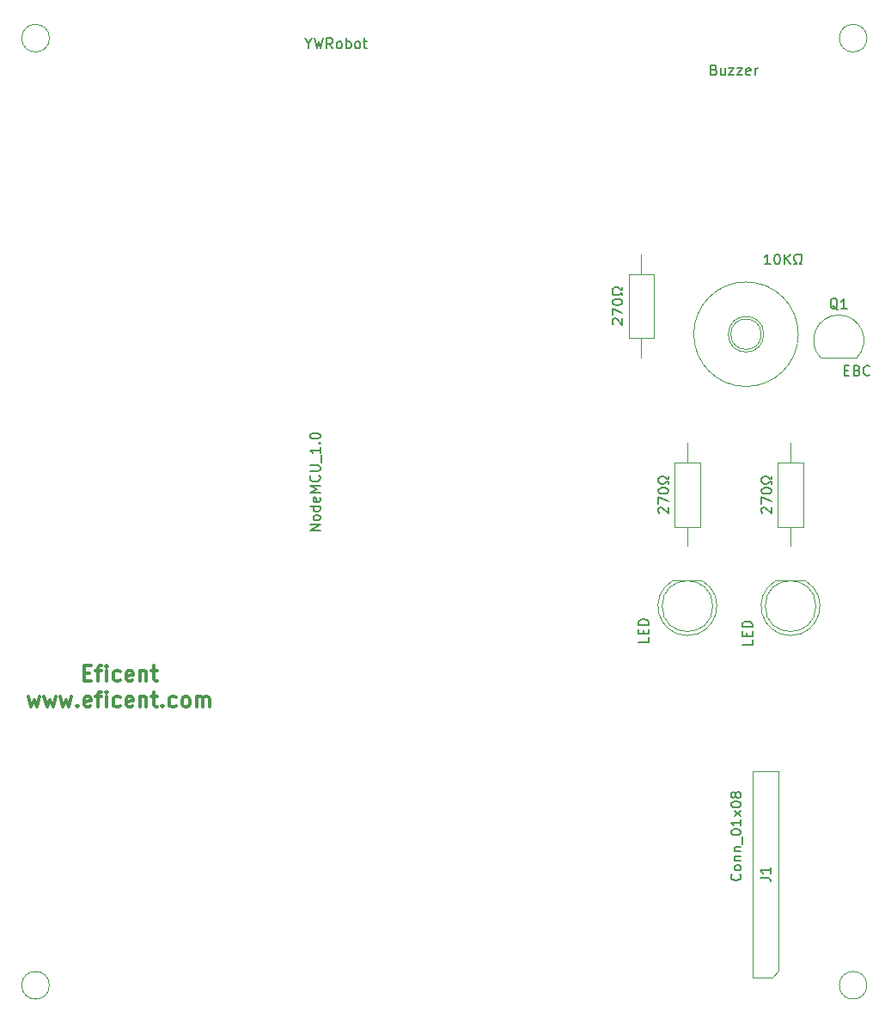
<source format=gbr>
G04 #@! TF.FileFunction,Other,Fab,Top*
%FSLAX46Y46*%
G04 Gerber Fmt 4.6, Leading zero omitted, Abs format (unit mm)*
G04 Created by KiCad (PCBNEW 4.0.7-e2-6376~58~ubuntu16.04.1) date Thu May 17 09:56:29 2018*
%MOMM*%
%LPD*%
G01*
G04 APERTURE LIST*
%ADD10C,0.100000*%
%ADD11C,0.300000*%
%ADD12C,0.150000*%
G04 APERTURE END LIST*
D10*
D11*
X119436000Y-123839857D02*
X119936000Y-123839857D01*
X120150286Y-124625571D02*
X119436000Y-124625571D01*
X119436000Y-123125571D01*
X120150286Y-123125571D01*
X120578857Y-123625571D02*
X121150286Y-123625571D01*
X120793143Y-124625571D02*
X120793143Y-123339857D01*
X120864571Y-123197000D01*
X121007429Y-123125571D01*
X121150286Y-123125571D01*
X121650286Y-124625571D02*
X121650286Y-123625571D01*
X121650286Y-123125571D02*
X121578857Y-123197000D01*
X121650286Y-123268429D01*
X121721714Y-123197000D01*
X121650286Y-123125571D01*
X121650286Y-123268429D01*
X123007429Y-124554143D02*
X122864572Y-124625571D01*
X122578858Y-124625571D01*
X122436000Y-124554143D01*
X122364572Y-124482714D01*
X122293143Y-124339857D01*
X122293143Y-123911286D01*
X122364572Y-123768429D01*
X122436000Y-123697000D01*
X122578858Y-123625571D01*
X122864572Y-123625571D01*
X123007429Y-123697000D01*
X124221714Y-124554143D02*
X124078857Y-124625571D01*
X123793143Y-124625571D01*
X123650286Y-124554143D01*
X123578857Y-124411286D01*
X123578857Y-123839857D01*
X123650286Y-123697000D01*
X123793143Y-123625571D01*
X124078857Y-123625571D01*
X124221714Y-123697000D01*
X124293143Y-123839857D01*
X124293143Y-123982714D01*
X123578857Y-124125571D01*
X124936000Y-123625571D02*
X124936000Y-124625571D01*
X124936000Y-123768429D02*
X125007428Y-123697000D01*
X125150286Y-123625571D01*
X125364571Y-123625571D01*
X125507428Y-123697000D01*
X125578857Y-123839857D01*
X125578857Y-124625571D01*
X126078857Y-123625571D02*
X126650286Y-123625571D01*
X126293143Y-123125571D02*
X126293143Y-124411286D01*
X126364571Y-124554143D01*
X126507429Y-124625571D01*
X126650286Y-124625571D01*
X113936000Y-126175571D02*
X114221714Y-127175571D01*
X114507428Y-126461286D01*
X114793143Y-127175571D01*
X115078857Y-126175571D01*
X115507429Y-126175571D02*
X115793143Y-127175571D01*
X116078857Y-126461286D01*
X116364572Y-127175571D01*
X116650286Y-126175571D01*
X117078858Y-126175571D02*
X117364572Y-127175571D01*
X117650286Y-126461286D01*
X117936001Y-127175571D01*
X118221715Y-126175571D01*
X118793144Y-127032714D02*
X118864572Y-127104143D01*
X118793144Y-127175571D01*
X118721715Y-127104143D01*
X118793144Y-127032714D01*
X118793144Y-127175571D01*
X120078858Y-127104143D02*
X119936001Y-127175571D01*
X119650287Y-127175571D01*
X119507430Y-127104143D01*
X119436001Y-126961286D01*
X119436001Y-126389857D01*
X119507430Y-126247000D01*
X119650287Y-126175571D01*
X119936001Y-126175571D01*
X120078858Y-126247000D01*
X120150287Y-126389857D01*
X120150287Y-126532714D01*
X119436001Y-126675571D01*
X120578858Y-126175571D02*
X121150287Y-126175571D01*
X120793144Y-127175571D02*
X120793144Y-125889857D01*
X120864572Y-125747000D01*
X121007430Y-125675571D01*
X121150287Y-125675571D01*
X121650287Y-127175571D02*
X121650287Y-126175571D01*
X121650287Y-125675571D02*
X121578858Y-125747000D01*
X121650287Y-125818429D01*
X121721715Y-125747000D01*
X121650287Y-125675571D01*
X121650287Y-125818429D01*
X123007430Y-127104143D02*
X122864573Y-127175571D01*
X122578859Y-127175571D01*
X122436001Y-127104143D01*
X122364573Y-127032714D01*
X122293144Y-126889857D01*
X122293144Y-126461286D01*
X122364573Y-126318429D01*
X122436001Y-126247000D01*
X122578859Y-126175571D01*
X122864573Y-126175571D01*
X123007430Y-126247000D01*
X124221715Y-127104143D02*
X124078858Y-127175571D01*
X123793144Y-127175571D01*
X123650287Y-127104143D01*
X123578858Y-126961286D01*
X123578858Y-126389857D01*
X123650287Y-126247000D01*
X123793144Y-126175571D01*
X124078858Y-126175571D01*
X124221715Y-126247000D01*
X124293144Y-126389857D01*
X124293144Y-126532714D01*
X123578858Y-126675571D01*
X124936001Y-126175571D02*
X124936001Y-127175571D01*
X124936001Y-126318429D02*
X125007429Y-126247000D01*
X125150287Y-126175571D01*
X125364572Y-126175571D01*
X125507429Y-126247000D01*
X125578858Y-126389857D01*
X125578858Y-127175571D01*
X126078858Y-126175571D02*
X126650287Y-126175571D01*
X126293144Y-125675571D02*
X126293144Y-126961286D01*
X126364572Y-127104143D01*
X126507430Y-127175571D01*
X126650287Y-127175571D01*
X127150287Y-127032714D02*
X127221715Y-127104143D01*
X127150287Y-127175571D01*
X127078858Y-127104143D01*
X127150287Y-127032714D01*
X127150287Y-127175571D01*
X128507430Y-127104143D02*
X128364573Y-127175571D01*
X128078859Y-127175571D01*
X127936001Y-127104143D01*
X127864573Y-127032714D01*
X127793144Y-126889857D01*
X127793144Y-126461286D01*
X127864573Y-126318429D01*
X127936001Y-126247000D01*
X128078859Y-126175571D01*
X128364573Y-126175571D01*
X128507430Y-126247000D01*
X129364573Y-127175571D02*
X129221715Y-127104143D01*
X129150287Y-127032714D01*
X129078858Y-126889857D01*
X129078858Y-126461286D01*
X129150287Y-126318429D01*
X129221715Y-126247000D01*
X129364573Y-126175571D01*
X129578858Y-126175571D01*
X129721715Y-126247000D01*
X129793144Y-126318429D01*
X129864573Y-126461286D01*
X129864573Y-126889857D01*
X129793144Y-127032714D01*
X129721715Y-127104143D01*
X129578858Y-127175571D01*
X129364573Y-127175571D01*
X130507430Y-127175571D02*
X130507430Y-126175571D01*
X130507430Y-126318429D02*
X130578858Y-126247000D01*
X130721716Y-126175571D01*
X130936001Y-126175571D01*
X131078858Y-126247000D01*
X131150287Y-126389857D01*
X131150287Y-127175571D01*
X131150287Y-126389857D02*
X131221716Y-126247000D01*
X131364573Y-126175571D01*
X131578858Y-126175571D01*
X131721716Y-126247000D01*
X131793144Y-126389857D01*
X131793144Y-127175571D01*
D10*
X177422534Y-114746384D02*
G75*
G03X180361894Y-114746400I1469666J-2500016D01*
G01*
X181392200Y-117246400D02*
G75*
G03X181392200Y-117246400I-2500000J0D01*
G01*
X180361894Y-114746400D02*
X177422506Y-114746400D01*
X187582534Y-114746384D02*
G75*
G03X190521894Y-114746400I1469666J-2500016D01*
G01*
X191552200Y-117246400D02*
G75*
G03X191552200Y-117246400I-2500000J0D01*
G01*
X190521894Y-114746400D02*
X187582506Y-114746400D01*
X180116800Y-103123600D02*
X177616800Y-103123600D01*
X177616800Y-103123600D02*
X177616800Y-109423600D01*
X177616800Y-109423600D02*
X180116800Y-109423600D01*
X180116800Y-109423600D02*
X180116800Y-103123600D01*
X178866800Y-101193600D02*
X178866800Y-103123600D01*
X178866800Y-111353600D02*
X178866800Y-109423600D01*
X190276800Y-103123600D02*
X187776800Y-103123600D01*
X187776800Y-103123600D02*
X187776800Y-109423600D01*
X187776800Y-109423600D02*
X190276800Y-109423600D01*
X190276800Y-109423600D02*
X190276800Y-103123600D01*
X189026800Y-101193600D02*
X189026800Y-103123600D01*
X189026800Y-111353600D02*
X189026800Y-109423600D01*
X189816400Y-90471000D02*
G75*
G03X189816400Y-90471000I-5150000J0D01*
G01*
X186416400Y-90471000D02*
G75*
G03X186416400Y-90471000I-1750000J0D01*
G01*
X186166400Y-90471000D02*
G75*
G03X186166400Y-90471000I-1500000J0D01*
G01*
X116015747Y-61315600D02*
G75*
G03X116015747Y-61315600I-1360147J0D01*
G01*
X116015747Y-154584400D02*
G75*
G03X116015747Y-154584400I-1360147J0D01*
G01*
X196584547Y-154584400D02*
G75*
G03X196584547Y-154584400I-1360147J0D01*
G01*
X196584547Y-61315600D02*
G75*
G03X196584547Y-61315600I-1360147J0D01*
G01*
X175595600Y-84530800D02*
X173095600Y-84530800D01*
X173095600Y-84530800D02*
X173095600Y-90830800D01*
X173095600Y-90830800D02*
X175595600Y-90830800D01*
X175595600Y-90830800D02*
X175595600Y-84530800D01*
X174345600Y-82600800D02*
X174345600Y-84530800D01*
X174345600Y-92760800D02*
X174345600Y-90830800D01*
X192032000Y-92809000D02*
X195532000Y-92809000D01*
X195555625Y-92812625D02*
G75*
G03X193802000Y-88579000I-1753625J1753625D01*
G01*
X192048375Y-92812625D02*
G75*
G02X193802000Y-88579000I1753625J1753625D01*
G01*
X187248800Y-153822400D02*
X185343800Y-153822400D01*
X185343800Y-153822400D02*
X185343800Y-133502400D01*
X185343800Y-133502400D02*
X187883800Y-133502400D01*
X187883800Y-133502400D02*
X187883800Y-153187400D01*
X187883800Y-153187400D02*
X187248800Y-153822400D01*
D12*
X181497429Y-64429571D02*
X181640286Y-64477190D01*
X181687905Y-64524810D01*
X181735524Y-64620048D01*
X181735524Y-64762905D01*
X181687905Y-64858143D01*
X181640286Y-64905762D01*
X181545048Y-64953381D01*
X181164095Y-64953381D01*
X181164095Y-63953381D01*
X181497429Y-63953381D01*
X181592667Y-64001000D01*
X181640286Y-64048619D01*
X181687905Y-64143857D01*
X181687905Y-64239095D01*
X181640286Y-64334333D01*
X181592667Y-64381952D01*
X181497429Y-64429571D01*
X181164095Y-64429571D01*
X182592667Y-64286714D02*
X182592667Y-64953381D01*
X182164095Y-64286714D02*
X182164095Y-64810524D01*
X182211714Y-64905762D01*
X182306952Y-64953381D01*
X182449810Y-64953381D01*
X182545048Y-64905762D01*
X182592667Y-64858143D01*
X182973619Y-64286714D02*
X183497429Y-64286714D01*
X182973619Y-64953381D01*
X183497429Y-64953381D01*
X183783143Y-64286714D02*
X184306953Y-64286714D01*
X183783143Y-64953381D01*
X184306953Y-64953381D01*
X185068858Y-64905762D02*
X184973620Y-64953381D01*
X184783143Y-64953381D01*
X184687905Y-64905762D01*
X184640286Y-64810524D01*
X184640286Y-64429571D01*
X184687905Y-64334333D01*
X184783143Y-64286714D01*
X184973620Y-64286714D01*
X185068858Y-64334333D01*
X185116477Y-64429571D01*
X185116477Y-64524810D01*
X184640286Y-64620048D01*
X185545048Y-64953381D02*
X185545048Y-64286714D01*
X185545048Y-64477190D02*
X185592667Y-64381952D01*
X185640286Y-64334333D01*
X185735524Y-64286714D01*
X185830763Y-64286714D01*
X175077381Y-120327657D02*
X175077381Y-120803848D01*
X174077381Y-120803848D01*
X174553571Y-119994324D02*
X174553571Y-119660990D01*
X175077381Y-119518133D02*
X175077381Y-119994324D01*
X174077381Y-119994324D01*
X174077381Y-119518133D01*
X175077381Y-119089562D02*
X174077381Y-119089562D01*
X174077381Y-118851467D01*
X174125000Y-118708609D01*
X174220238Y-118613371D01*
X174315476Y-118565752D01*
X174505952Y-118518133D01*
X174648810Y-118518133D01*
X174839286Y-118565752D01*
X174934524Y-118613371D01*
X175029762Y-118708609D01*
X175077381Y-118851467D01*
X175077381Y-119089562D01*
X185288181Y-120556257D02*
X185288181Y-121032448D01*
X184288181Y-121032448D01*
X184764371Y-120222924D02*
X184764371Y-119889590D01*
X185288181Y-119746733D02*
X185288181Y-120222924D01*
X184288181Y-120222924D01*
X184288181Y-119746733D01*
X185288181Y-119318162D02*
X184288181Y-119318162D01*
X184288181Y-119080067D01*
X184335800Y-118937209D01*
X184431038Y-118841971D01*
X184526276Y-118794352D01*
X184716752Y-118746733D01*
X184859610Y-118746733D01*
X185050086Y-118794352D01*
X185145324Y-118841971D01*
X185240562Y-118937209D01*
X185288181Y-119080067D01*
X185288181Y-119318162D01*
X176104419Y-108083124D02*
X176056800Y-108035505D01*
X176009181Y-107940267D01*
X176009181Y-107702171D01*
X176056800Y-107606933D01*
X176104419Y-107559314D01*
X176199657Y-107511695D01*
X176294895Y-107511695D01*
X176437752Y-107559314D01*
X177009181Y-108130743D01*
X177009181Y-107511695D01*
X176009181Y-107178362D02*
X176009181Y-106511695D01*
X177009181Y-106940267D01*
X176009181Y-105940267D02*
X176009181Y-105845028D01*
X176056800Y-105749790D01*
X176104419Y-105702171D01*
X176199657Y-105654552D01*
X176390133Y-105606933D01*
X176628229Y-105606933D01*
X176818705Y-105654552D01*
X176913943Y-105702171D01*
X176961562Y-105749790D01*
X177009181Y-105845028D01*
X177009181Y-105940267D01*
X176961562Y-106035505D01*
X176913943Y-106083124D01*
X176818705Y-106130743D01*
X176628229Y-106178362D01*
X176390133Y-106178362D01*
X176199657Y-106130743D01*
X176104419Y-106083124D01*
X176056800Y-106035505D01*
X176009181Y-105940267D01*
X177009181Y-105225981D02*
X177009181Y-104987886D01*
X176818705Y-104987886D01*
X176771086Y-105083124D01*
X176675848Y-105178362D01*
X176532990Y-105225981D01*
X176294895Y-105225981D01*
X176152038Y-105178362D01*
X176056800Y-105083124D01*
X176009181Y-104940267D01*
X176009181Y-104749790D01*
X176056800Y-104606933D01*
X176152038Y-104511695D01*
X176294895Y-104464076D01*
X176532990Y-104464076D01*
X176675848Y-104511695D01*
X176771086Y-104606933D01*
X176818705Y-104702171D01*
X177009181Y-104702171D01*
X177009181Y-104464076D01*
X186264419Y-108083124D02*
X186216800Y-108035505D01*
X186169181Y-107940267D01*
X186169181Y-107702171D01*
X186216800Y-107606933D01*
X186264419Y-107559314D01*
X186359657Y-107511695D01*
X186454895Y-107511695D01*
X186597752Y-107559314D01*
X187169181Y-108130743D01*
X187169181Y-107511695D01*
X186169181Y-107178362D02*
X186169181Y-106511695D01*
X187169181Y-106940267D01*
X186169181Y-105940267D02*
X186169181Y-105845028D01*
X186216800Y-105749790D01*
X186264419Y-105702171D01*
X186359657Y-105654552D01*
X186550133Y-105606933D01*
X186788229Y-105606933D01*
X186978705Y-105654552D01*
X187073943Y-105702171D01*
X187121562Y-105749790D01*
X187169181Y-105845028D01*
X187169181Y-105940267D01*
X187121562Y-106035505D01*
X187073943Y-106083124D01*
X186978705Y-106130743D01*
X186788229Y-106178362D01*
X186550133Y-106178362D01*
X186359657Y-106130743D01*
X186264419Y-106083124D01*
X186216800Y-106035505D01*
X186169181Y-105940267D01*
X187169181Y-105225981D02*
X187169181Y-104987886D01*
X186978705Y-104987886D01*
X186931086Y-105083124D01*
X186835848Y-105178362D01*
X186692990Y-105225981D01*
X186454895Y-105225981D01*
X186312038Y-105178362D01*
X186216800Y-105083124D01*
X186169181Y-104940267D01*
X186169181Y-104749790D01*
X186216800Y-104606933D01*
X186312038Y-104511695D01*
X186454895Y-104464076D01*
X186692990Y-104464076D01*
X186835848Y-104511695D01*
X186931086Y-104606933D01*
X186978705Y-104702171D01*
X187169181Y-104702171D01*
X187169181Y-104464076D01*
X142692381Y-109814714D02*
X141692381Y-109814714D01*
X142692381Y-109243285D01*
X141692381Y-109243285D01*
X142692381Y-108624238D02*
X142644762Y-108719476D01*
X142597143Y-108767095D01*
X142501905Y-108814714D01*
X142216190Y-108814714D01*
X142120952Y-108767095D01*
X142073333Y-108719476D01*
X142025714Y-108624238D01*
X142025714Y-108481380D01*
X142073333Y-108386142D01*
X142120952Y-108338523D01*
X142216190Y-108290904D01*
X142501905Y-108290904D01*
X142597143Y-108338523D01*
X142644762Y-108386142D01*
X142692381Y-108481380D01*
X142692381Y-108624238D01*
X142692381Y-107433761D02*
X141692381Y-107433761D01*
X142644762Y-107433761D02*
X142692381Y-107528999D01*
X142692381Y-107719476D01*
X142644762Y-107814714D01*
X142597143Y-107862333D01*
X142501905Y-107909952D01*
X142216190Y-107909952D01*
X142120952Y-107862333D01*
X142073333Y-107814714D01*
X142025714Y-107719476D01*
X142025714Y-107528999D01*
X142073333Y-107433761D01*
X142644762Y-106576618D02*
X142692381Y-106671856D01*
X142692381Y-106862333D01*
X142644762Y-106957571D01*
X142549524Y-107005190D01*
X142168571Y-107005190D01*
X142073333Y-106957571D01*
X142025714Y-106862333D01*
X142025714Y-106671856D01*
X142073333Y-106576618D01*
X142168571Y-106528999D01*
X142263810Y-106528999D01*
X142359048Y-107005190D01*
X142692381Y-106100428D02*
X141692381Y-106100428D01*
X142406667Y-105767094D01*
X141692381Y-105433761D01*
X142692381Y-105433761D01*
X142597143Y-104386142D02*
X142644762Y-104433761D01*
X142692381Y-104576618D01*
X142692381Y-104671856D01*
X142644762Y-104814714D01*
X142549524Y-104909952D01*
X142454286Y-104957571D01*
X142263810Y-105005190D01*
X142120952Y-105005190D01*
X141930476Y-104957571D01*
X141835238Y-104909952D01*
X141740000Y-104814714D01*
X141692381Y-104671856D01*
X141692381Y-104576618D01*
X141740000Y-104433761D01*
X141787619Y-104386142D01*
X141692381Y-103957571D02*
X142501905Y-103957571D01*
X142597143Y-103909952D01*
X142644762Y-103862333D01*
X142692381Y-103767095D01*
X142692381Y-103576618D01*
X142644762Y-103481380D01*
X142597143Y-103433761D01*
X142501905Y-103386142D01*
X141692381Y-103386142D01*
X142787619Y-103148047D02*
X142787619Y-102386142D01*
X142692381Y-101624237D02*
X142692381Y-102195666D01*
X142692381Y-101909952D02*
X141692381Y-101909952D01*
X141835238Y-102005190D01*
X141930476Y-102100428D01*
X141978095Y-102195666D01*
X142597143Y-101195666D02*
X142644762Y-101148047D01*
X142692381Y-101195666D01*
X142644762Y-101243285D01*
X142597143Y-101195666D01*
X142692381Y-101195666D01*
X141692381Y-100529000D02*
X141692381Y-100433761D01*
X141740000Y-100338523D01*
X141787619Y-100290904D01*
X141882857Y-100243285D01*
X142073333Y-100195666D01*
X142311429Y-100195666D01*
X142501905Y-100243285D01*
X142597143Y-100290904D01*
X142644762Y-100338523D01*
X142692381Y-100433761D01*
X142692381Y-100529000D01*
X142644762Y-100624238D01*
X142597143Y-100671857D01*
X142501905Y-100719476D01*
X142311429Y-100767095D01*
X142073333Y-100767095D01*
X141882857Y-100719476D01*
X141787619Y-100671857D01*
X141740000Y-100624238D01*
X141692381Y-100529000D01*
X187079096Y-83586581D02*
X186507667Y-83586581D01*
X186793381Y-83586581D02*
X186793381Y-82586581D01*
X186698143Y-82729438D01*
X186602905Y-82824676D01*
X186507667Y-82872295D01*
X187698143Y-82586581D02*
X187793382Y-82586581D01*
X187888620Y-82634200D01*
X187936239Y-82681819D01*
X187983858Y-82777057D01*
X188031477Y-82967533D01*
X188031477Y-83205629D01*
X187983858Y-83396105D01*
X187936239Y-83491343D01*
X187888620Y-83538962D01*
X187793382Y-83586581D01*
X187698143Y-83586581D01*
X187602905Y-83538962D01*
X187555286Y-83491343D01*
X187507667Y-83396105D01*
X187460048Y-83205629D01*
X187460048Y-82967533D01*
X187507667Y-82777057D01*
X187555286Y-82681819D01*
X187602905Y-82634200D01*
X187698143Y-82586581D01*
X188460048Y-83586581D02*
X188460048Y-82586581D01*
X189031477Y-83586581D02*
X188602905Y-83015152D01*
X189031477Y-82586581D02*
X188460048Y-83158010D01*
X189412429Y-83586581D02*
X189650524Y-83586581D01*
X189650524Y-83396105D01*
X189555286Y-83348486D01*
X189460048Y-83253248D01*
X189412429Y-83110390D01*
X189412429Y-82872295D01*
X189460048Y-82729438D01*
X189555286Y-82634200D01*
X189698143Y-82586581D01*
X189888620Y-82586581D01*
X190031477Y-82634200D01*
X190126715Y-82729438D01*
X190174334Y-82872295D01*
X190174334Y-83110390D01*
X190126715Y-83253248D01*
X190031477Y-83348486D01*
X189936239Y-83396105D01*
X189936239Y-83586581D01*
X190174334Y-83586581D01*
X171583219Y-89490324D02*
X171535600Y-89442705D01*
X171487981Y-89347467D01*
X171487981Y-89109371D01*
X171535600Y-89014133D01*
X171583219Y-88966514D01*
X171678457Y-88918895D01*
X171773695Y-88918895D01*
X171916552Y-88966514D01*
X172487981Y-89537943D01*
X172487981Y-88918895D01*
X171487981Y-88585562D02*
X171487981Y-87918895D01*
X172487981Y-88347467D01*
X171487981Y-87347467D02*
X171487981Y-87252228D01*
X171535600Y-87156990D01*
X171583219Y-87109371D01*
X171678457Y-87061752D01*
X171868933Y-87014133D01*
X172107029Y-87014133D01*
X172297505Y-87061752D01*
X172392743Y-87109371D01*
X172440362Y-87156990D01*
X172487981Y-87252228D01*
X172487981Y-87347467D01*
X172440362Y-87442705D01*
X172392743Y-87490324D01*
X172297505Y-87537943D01*
X172107029Y-87585562D01*
X171868933Y-87585562D01*
X171678457Y-87537943D01*
X171583219Y-87490324D01*
X171535600Y-87442705D01*
X171487981Y-87347467D01*
X172487981Y-86633181D02*
X172487981Y-86395086D01*
X172297505Y-86395086D01*
X172249886Y-86490324D01*
X172154648Y-86585562D01*
X172011790Y-86633181D01*
X171773695Y-86633181D01*
X171630838Y-86585562D01*
X171535600Y-86490324D01*
X171487981Y-86347467D01*
X171487981Y-86156990D01*
X171535600Y-86014133D01*
X171630838Y-85918895D01*
X171773695Y-85871276D01*
X172011790Y-85871276D01*
X172154648Y-85918895D01*
X172249886Y-86014133D01*
X172297505Y-86109371D01*
X172487981Y-86109371D01*
X172487981Y-85871276D01*
X194365714Y-94035571D02*
X194699048Y-94035571D01*
X194841905Y-94559381D02*
X194365714Y-94559381D01*
X194365714Y-93559381D01*
X194841905Y-93559381D01*
X195603810Y-94035571D02*
X195746667Y-94083190D01*
X195794286Y-94130810D01*
X195841905Y-94226048D01*
X195841905Y-94368905D01*
X195794286Y-94464143D01*
X195746667Y-94511762D01*
X195651429Y-94559381D01*
X195270476Y-94559381D01*
X195270476Y-93559381D01*
X195603810Y-93559381D01*
X195699048Y-93607000D01*
X195746667Y-93654619D01*
X195794286Y-93749857D01*
X195794286Y-93845095D01*
X195746667Y-93940333D01*
X195699048Y-93987952D01*
X195603810Y-94035571D01*
X195270476Y-94035571D01*
X196841905Y-94464143D02*
X196794286Y-94511762D01*
X196651429Y-94559381D01*
X196556191Y-94559381D01*
X196413333Y-94511762D01*
X196318095Y-94416524D01*
X196270476Y-94321286D01*
X196222857Y-94130810D01*
X196222857Y-93987952D01*
X196270476Y-93797476D01*
X196318095Y-93702238D01*
X196413333Y-93607000D01*
X196556191Y-93559381D01*
X196651429Y-93559381D01*
X196794286Y-93607000D01*
X196841905Y-93654619D01*
X193706762Y-88046619D02*
X193611524Y-87999000D01*
X193516286Y-87903762D01*
X193373429Y-87760905D01*
X193278190Y-87713286D01*
X193182952Y-87713286D01*
X193230571Y-87951381D02*
X193135333Y-87903762D01*
X193040095Y-87808524D01*
X192992476Y-87618048D01*
X192992476Y-87284714D01*
X193040095Y-87094238D01*
X193135333Y-86999000D01*
X193230571Y-86951381D01*
X193421048Y-86951381D01*
X193516286Y-86999000D01*
X193611524Y-87094238D01*
X193659143Y-87284714D01*
X193659143Y-87618048D01*
X193611524Y-87808524D01*
X193516286Y-87903762D01*
X193421048Y-87951381D01*
X193230571Y-87951381D01*
X194611524Y-87951381D02*
X194040095Y-87951381D01*
X194325809Y-87951381D02*
X194325809Y-86951381D01*
X194230571Y-87094238D01*
X194135333Y-87189476D01*
X194040095Y-87237095D01*
X184075343Y-143641295D02*
X184122962Y-143688914D01*
X184170581Y-143831771D01*
X184170581Y-143927009D01*
X184122962Y-144069867D01*
X184027724Y-144165105D01*
X183932486Y-144212724D01*
X183742010Y-144260343D01*
X183599152Y-144260343D01*
X183408676Y-144212724D01*
X183313438Y-144165105D01*
X183218200Y-144069867D01*
X183170581Y-143927009D01*
X183170581Y-143831771D01*
X183218200Y-143688914D01*
X183265819Y-143641295D01*
X184170581Y-143069867D02*
X184122962Y-143165105D01*
X184075343Y-143212724D01*
X183980105Y-143260343D01*
X183694390Y-143260343D01*
X183599152Y-143212724D01*
X183551533Y-143165105D01*
X183503914Y-143069867D01*
X183503914Y-142927009D01*
X183551533Y-142831771D01*
X183599152Y-142784152D01*
X183694390Y-142736533D01*
X183980105Y-142736533D01*
X184075343Y-142784152D01*
X184122962Y-142831771D01*
X184170581Y-142927009D01*
X184170581Y-143069867D01*
X183503914Y-142307962D02*
X184170581Y-142307962D01*
X183599152Y-142307962D02*
X183551533Y-142260343D01*
X183503914Y-142165105D01*
X183503914Y-142022247D01*
X183551533Y-141927009D01*
X183646771Y-141879390D01*
X184170581Y-141879390D01*
X183503914Y-141403200D02*
X184170581Y-141403200D01*
X183599152Y-141403200D02*
X183551533Y-141355581D01*
X183503914Y-141260343D01*
X183503914Y-141117485D01*
X183551533Y-141022247D01*
X183646771Y-140974628D01*
X184170581Y-140974628D01*
X184265819Y-140736533D02*
X184265819Y-139974628D01*
X183170581Y-139546057D02*
X183170581Y-139450818D01*
X183218200Y-139355580D01*
X183265819Y-139307961D01*
X183361057Y-139260342D01*
X183551533Y-139212723D01*
X183789629Y-139212723D01*
X183980105Y-139260342D01*
X184075343Y-139307961D01*
X184122962Y-139355580D01*
X184170581Y-139450818D01*
X184170581Y-139546057D01*
X184122962Y-139641295D01*
X184075343Y-139688914D01*
X183980105Y-139736533D01*
X183789629Y-139784152D01*
X183551533Y-139784152D01*
X183361057Y-139736533D01*
X183265819Y-139688914D01*
X183218200Y-139641295D01*
X183170581Y-139546057D01*
X184170581Y-138260342D02*
X184170581Y-138831771D01*
X184170581Y-138546057D02*
X183170581Y-138546057D01*
X183313438Y-138641295D01*
X183408676Y-138736533D01*
X183456295Y-138831771D01*
X184170581Y-137927009D02*
X183503914Y-137403199D01*
X183503914Y-137927009D02*
X184170581Y-137403199D01*
X183170581Y-136831771D02*
X183170581Y-136736532D01*
X183218200Y-136641294D01*
X183265819Y-136593675D01*
X183361057Y-136546056D01*
X183551533Y-136498437D01*
X183789629Y-136498437D01*
X183980105Y-136546056D01*
X184075343Y-136593675D01*
X184122962Y-136641294D01*
X184170581Y-136736532D01*
X184170581Y-136831771D01*
X184122962Y-136927009D01*
X184075343Y-136974628D01*
X183980105Y-137022247D01*
X183789629Y-137069866D01*
X183551533Y-137069866D01*
X183361057Y-137022247D01*
X183265819Y-136974628D01*
X183218200Y-136927009D01*
X183170581Y-136831771D01*
X183599152Y-135927009D02*
X183551533Y-136022247D01*
X183503914Y-136069866D01*
X183408676Y-136117485D01*
X183361057Y-136117485D01*
X183265819Y-136069866D01*
X183218200Y-136022247D01*
X183170581Y-135927009D01*
X183170581Y-135736532D01*
X183218200Y-135641294D01*
X183265819Y-135593675D01*
X183361057Y-135546056D01*
X183408676Y-135546056D01*
X183503914Y-135593675D01*
X183551533Y-135641294D01*
X183599152Y-135736532D01*
X183599152Y-135927009D01*
X183646771Y-136022247D01*
X183694390Y-136069866D01*
X183789629Y-136117485D01*
X183980105Y-136117485D01*
X184075343Y-136069866D01*
X184122962Y-136022247D01*
X184170581Y-135927009D01*
X184170581Y-135736532D01*
X184122962Y-135641294D01*
X184075343Y-135593675D01*
X183980105Y-135546056D01*
X183789629Y-135546056D01*
X183694390Y-135593675D01*
X183646771Y-135641294D01*
X183599152Y-135736532D01*
X186066181Y-143995733D02*
X186780467Y-143995733D01*
X186923324Y-144043353D01*
X187018562Y-144138591D01*
X187066181Y-144281448D01*
X187066181Y-144376686D01*
X187066181Y-142995733D02*
X187066181Y-143567162D01*
X187066181Y-143281448D02*
X186066181Y-143281448D01*
X186209038Y-143376686D01*
X186304276Y-143471924D01*
X186351895Y-143567162D01*
X141557714Y-61842190D02*
X141557714Y-62318381D01*
X141224381Y-61318381D02*
X141557714Y-61842190D01*
X141891048Y-61318381D01*
X142129143Y-61318381D02*
X142367238Y-62318381D01*
X142557715Y-61604095D01*
X142748191Y-62318381D01*
X142986286Y-61318381D01*
X143938667Y-62318381D02*
X143605333Y-61842190D01*
X143367238Y-62318381D02*
X143367238Y-61318381D01*
X143748191Y-61318381D01*
X143843429Y-61366000D01*
X143891048Y-61413619D01*
X143938667Y-61508857D01*
X143938667Y-61651714D01*
X143891048Y-61746952D01*
X143843429Y-61794571D01*
X143748191Y-61842190D01*
X143367238Y-61842190D01*
X144510095Y-62318381D02*
X144414857Y-62270762D01*
X144367238Y-62223143D01*
X144319619Y-62127905D01*
X144319619Y-61842190D01*
X144367238Y-61746952D01*
X144414857Y-61699333D01*
X144510095Y-61651714D01*
X144652953Y-61651714D01*
X144748191Y-61699333D01*
X144795810Y-61746952D01*
X144843429Y-61842190D01*
X144843429Y-62127905D01*
X144795810Y-62223143D01*
X144748191Y-62270762D01*
X144652953Y-62318381D01*
X144510095Y-62318381D01*
X145272000Y-62318381D02*
X145272000Y-61318381D01*
X145272000Y-61699333D02*
X145367238Y-61651714D01*
X145557715Y-61651714D01*
X145652953Y-61699333D01*
X145700572Y-61746952D01*
X145748191Y-61842190D01*
X145748191Y-62127905D01*
X145700572Y-62223143D01*
X145652953Y-62270762D01*
X145557715Y-62318381D01*
X145367238Y-62318381D01*
X145272000Y-62270762D01*
X146319619Y-62318381D02*
X146224381Y-62270762D01*
X146176762Y-62223143D01*
X146129143Y-62127905D01*
X146129143Y-61842190D01*
X146176762Y-61746952D01*
X146224381Y-61699333D01*
X146319619Y-61651714D01*
X146462477Y-61651714D01*
X146557715Y-61699333D01*
X146605334Y-61746952D01*
X146652953Y-61842190D01*
X146652953Y-62127905D01*
X146605334Y-62223143D01*
X146557715Y-62270762D01*
X146462477Y-62318381D01*
X146319619Y-62318381D01*
X146938667Y-61651714D02*
X147319619Y-61651714D01*
X147081524Y-61318381D02*
X147081524Y-62175524D01*
X147129143Y-62270762D01*
X147224381Y-62318381D01*
X147319619Y-62318381D01*
M02*

</source>
